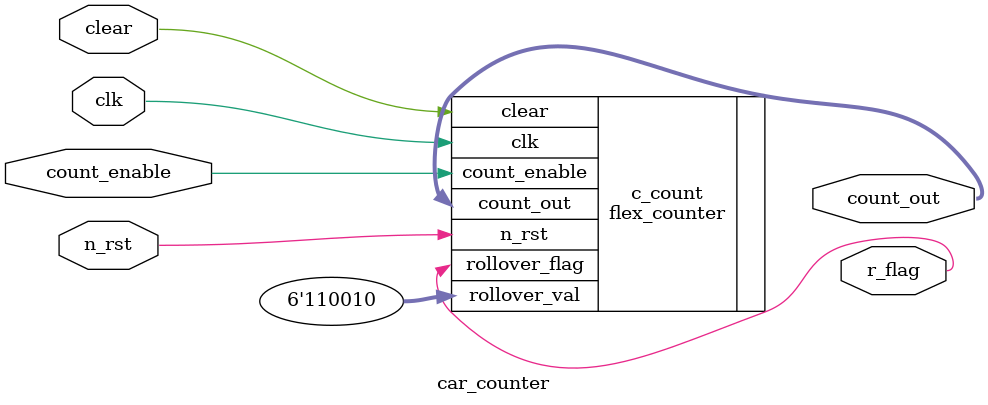
<source format=sv>

module car_counter
(
  input wire n_rst,clk,
  input wire count_enable,
  input wire clear,
  output wire [5:0] count_out,
  output wire r_flag
);

flex_counter
#(
  .NUM_CNT_BITS(6)
) c_count
(
  .clk(clk),
  .n_rst(n_rst),
  .clear(clear),
  .count_enable(count_enable),
  .rollover_val(6'd50),
  .count_out(count_out),
  .rollover_flag(r_flag)
);

endmodule
</source>
